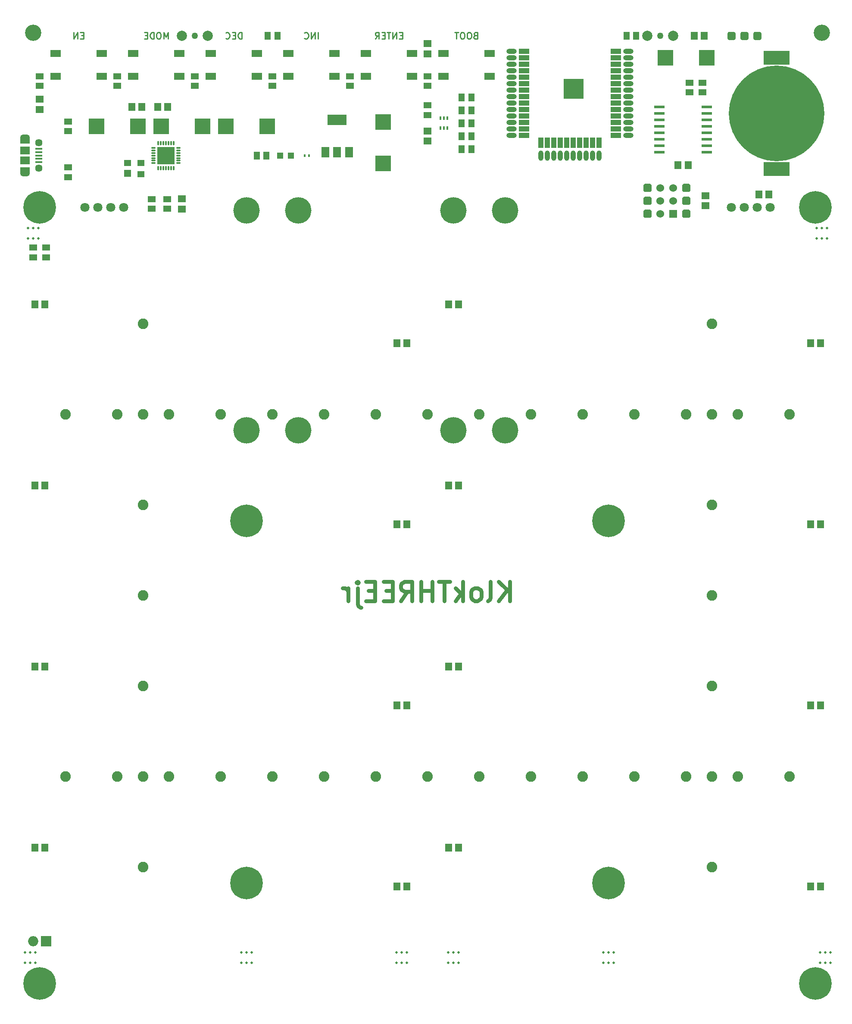
<source format=gbs>
G04 #@! TF.GenerationSoftware,KiCad,Pcbnew,no-vcs-found-67ccf76~61~ubuntu16.04.1*
G04 #@! TF.CreationDate,2018-03-18T17:59:57+05:30*
G04 #@! TF.ProjectId,KlokTHREEjr,4B6C6F6B54485245456A722E6B696361,rev 1*
G04 #@! TF.SameCoordinates,Original*
G04 #@! TF.FileFunction,Soldermask,Bot*
G04 #@! TF.FilePolarity,Negative*
%FSLAX46Y46*%
G04 Gerber Fmt 4.6, Leading zero omitted, Abs format (unit mm)*
G04 Created by KiCad (PCBNEW no-vcs-found-67ccf76~61~ubuntu16.04.1) date Sun Mar 18 17:59:57 2018*
%MOMM*%
%LPD*%
G01*
G04 APERTURE LIST*
%ADD10C,0.762000*%
%ADD11C,0.254000*%
%ADD12C,2.000000*%
%ADD13C,1.270000*%
%ADD14R,2.100000X1.400000*%
%ADD15R,3.048000X3.048000*%
%ADD16R,1.400000X1.200000*%
%ADD17R,1.400000X1.400000*%
%ADD18R,1.900000X1.500000*%
%ADD19C,1.450000*%
%ADD20R,1.350000X0.400000*%
%ADD21O,1.900000X1.200000*%
%ADD22R,1.900000X1.200000*%
%ADD23C,0.800000*%
%ADD24C,6.400000*%
%ADD25O,0.850000X0.300000*%
%ADD26O,0.300000X0.850000*%
%ADD27R,1.675000X1.675000*%
%ADD28R,1.498600X1.300480*%
%ADD29R,1.550000X1.350000*%
%ADD30C,3.200000*%
%ADD31R,1.350000X1.550000*%
%ADD32R,1.500000X2.000000*%
%ADD33R,3.800000X2.000000*%
%ADD34R,1.300480X1.498600*%
%ADD35R,0.400000X0.650000*%
%ADD36C,0.127000*%
%ADD37C,1.600000*%
%ADD38R,5.080000X2.794000*%
%ADD39C,18.796000*%
%ADD40R,1.998980X0.599440*%
%ADD41C,5.200000*%
%ADD42C,1.524000*%
%ADD43R,1.524000X1.524000*%
%ADD44C,1.800000*%
%ADD45R,0.400000X0.600000*%
%ADD46O,1.000000X2.000000*%
%ADD47O,2.000000X1.000000*%
%ADD48R,4.000000X4.000000*%
%ADD49R,2.000000X1.000000*%
%ADD50R,1.000000X2.000000*%
%ADD51R,1.198880X1.198880*%
%ADD52C,0.508000*%
%ADD53R,2.000000X2.000000*%
%ADD54O,2.000000X2.000000*%
%ADD55C,2.082800*%
G04 APERTURE END LIST*
D10*
X147592142Y-164918571D02*
X147592142Y-161108571D01*
X145415000Y-164918571D02*
X147047857Y-162741428D01*
X145415000Y-161108571D02*
X147592142Y-163285714D01*
X143237857Y-164918571D02*
X143600714Y-164737142D01*
X143782142Y-164374285D01*
X143782142Y-161108571D01*
X141242142Y-164918571D02*
X141605000Y-164737142D01*
X141786428Y-164555714D01*
X141967857Y-164192857D01*
X141967857Y-163104285D01*
X141786428Y-162741428D01*
X141605000Y-162560000D01*
X141242142Y-162378571D01*
X140697857Y-162378571D01*
X140335000Y-162560000D01*
X140153571Y-162741428D01*
X139972142Y-163104285D01*
X139972142Y-164192857D01*
X140153571Y-164555714D01*
X140335000Y-164737142D01*
X140697857Y-164918571D01*
X141242142Y-164918571D01*
X138339285Y-164918571D02*
X138339285Y-161108571D01*
X137976428Y-163467142D02*
X136887857Y-164918571D01*
X136887857Y-162378571D02*
X138339285Y-163830000D01*
X135799285Y-161108571D02*
X133622142Y-161108571D01*
X134710714Y-164918571D02*
X134710714Y-161108571D01*
X132352142Y-164918571D02*
X132352142Y-161108571D01*
X132352142Y-162922857D02*
X130175000Y-162922857D01*
X130175000Y-164918571D02*
X130175000Y-161108571D01*
X126183571Y-164918571D02*
X127453571Y-163104285D01*
X128360714Y-164918571D02*
X128360714Y-161108571D01*
X126909285Y-161108571D01*
X126546428Y-161290000D01*
X126365000Y-161471428D01*
X126183571Y-161834285D01*
X126183571Y-162378571D01*
X126365000Y-162741428D01*
X126546428Y-162922857D01*
X126909285Y-163104285D01*
X128360714Y-163104285D01*
X124550714Y-162922857D02*
X123280714Y-162922857D01*
X122736428Y-164918571D02*
X124550714Y-164918571D01*
X124550714Y-161108571D01*
X122736428Y-161108571D01*
X121103571Y-162922857D02*
X119833571Y-162922857D01*
X119289285Y-164918571D02*
X121103571Y-164918571D01*
X121103571Y-161108571D01*
X119289285Y-161108571D01*
X117656428Y-162378571D02*
X117656428Y-165644285D01*
X117837857Y-166007142D01*
X118200714Y-166188571D01*
X118382142Y-166188571D01*
X117656428Y-161108571D02*
X117837857Y-161290000D01*
X117656428Y-161471428D01*
X117475000Y-161290000D01*
X117656428Y-161108571D01*
X117656428Y-161471428D01*
X115842142Y-164918571D02*
X115842142Y-162378571D01*
X115842142Y-163104285D02*
X115660714Y-162741428D01*
X115479285Y-162560000D01*
X115116428Y-162378571D01*
X114753571Y-162378571D01*
D11*
X140788571Y-53884285D02*
X140607142Y-53944761D01*
X140546666Y-54005238D01*
X140486190Y-54126190D01*
X140486190Y-54307619D01*
X140546666Y-54428571D01*
X140607142Y-54489047D01*
X140728095Y-54549523D01*
X141211904Y-54549523D01*
X141211904Y-53279523D01*
X140788571Y-53279523D01*
X140667619Y-53340000D01*
X140607142Y-53400476D01*
X140546666Y-53521428D01*
X140546666Y-53642380D01*
X140607142Y-53763333D01*
X140667619Y-53823809D01*
X140788571Y-53884285D01*
X141211904Y-53884285D01*
X139700000Y-53279523D02*
X139458095Y-53279523D01*
X139337142Y-53340000D01*
X139216190Y-53460952D01*
X139155714Y-53702857D01*
X139155714Y-54126190D01*
X139216190Y-54368095D01*
X139337142Y-54489047D01*
X139458095Y-54549523D01*
X139700000Y-54549523D01*
X139820952Y-54489047D01*
X139941904Y-54368095D01*
X140002380Y-54126190D01*
X140002380Y-53702857D01*
X139941904Y-53460952D01*
X139820952Y-53340000D01*
X139700000Y-53279523D01*
X138369523Y-53279523D02*
X138127619Y-53279523D01*
X138006666Y-53340000D01*
X137885714Y-53460952D01*
X137825238Y-53702857D01*
X137825238Y-54126190D01*
X137885714Y-54368095D01*
X138006666Y-54489047D01*
X138127619Y-54549523D01*
X138369523Y-54549523D01*
X138490476Y-54489047D01*
X138611428Y-54368095D01*
X138671904Y-54126190D01*
X138671904Y-53702857D01*
X138611428Y-53460952D01*
X138490476Y-53340000D01*
X138369523Y-53279523D01*
X137462380Y-53279523D02*
X136736666Y-53279523D01*
X137099523Y-54549523D02*
X137099523Y-53279523D01*
X126455714Y-53884285D02*
X126032380Y-53884285D01*
X125850952Y-54549523D02*
X126455714Y-54549523D01*
X126455714Y-53279523D01*
X125850952Y-53279523D01*
X125306666Y-54549523D02*
X125306666Y-53279523D01*
X124580952Y-54549523D01*
X124580952Y-53279523D01*
X124157619Y-53279523D02*
X123431904Y-53279523D01*
X123794761Y-54549523D02*
X123794761Y-53279523D01*
X123008571Y-53884285D02*
X122585238Y-53884285D01*
X122403809Y-54549523D02*
X123008571Y-54549523D01*
X123008571Y-53279523D01*
X122403809Y-53279523D01*
X121133809Y-54549523D02*
X121557142Y-53944761D01*
X121859523Y-54549523D02*
X121859523Y-53279523D01*
X121375714Y-53279523D01*
X121254761Y-53340000D01*
X121194285Y-53400476D01*
X121133809Y-53521428D01*
X121133809Y-53702857D01*
X121194285Y-53823809D01*
X121254761Y-53884285D01*
X121375714Y-53944761D01*
X121859523Y-53944761D01*
X109885238Y-54549523D02*
X109885238Y-53279523D01*
X109280476Y-54549523D02*
X109280476Y-53279523D01*
X108554761Y-54549523D01*
X108554761Y-53279523D01*
X107224285Y-54428571D02*
X107284761Y-54489047D01*
X107466190Y-54549523D01*
X107587142Y-54549523D01*
X107768571Y-54489047D01*
X107889523Y-54368095D01*
X107950000Y-54247142D01*
X108010476Y-54005238D01*
X108010476Y-53823809D01*
X107950000Y-53581904D01*
X107889523Y-53460952D01*
X107768571Y-53340000D01*
X107587142Y-53279523D01*
X107466190Y-53279523D01*
X107284761Y-53340000D01*
X107224285Y-53400476D01*
X94887142Y-54549523D02*
X94887142Y-53279523D01*
X94584761Y-53279523D01*
X94403333Y-53340000D01*
X94282380Y-53460952D01*
X94221904Y-53581904D01*
X94161428Y-53823809D01*
X94161428Y-54005238D01*
X94221904Y-54247142D01*
X94282380Y-54368095D01*
X94403333Y-54489047D01*
X94584761Y-54549523D01*
X94887142Y-54549523D01*
X93617142Y-53884285D02*
X93193809Y-53884285D01*
X93012380Y-54549523D02*
X93617142Y-54549523D01*
X93617142Y-53279523D01*
X93012380Y-53279523D01*
X91742380Y-54428571D02*
X91802857Y-54489047D01*
X91984285Y-54549523D01*
X92105238Y-54549523D01*
X92286666Y-54489047D01*
X92407619Y-54368095D01*
X92468095Y-54247142D01*
X92528571Y-54005238D01*
X92528571Y-53823809D01*
X92468095Y-53581904D01*
X92407619Y-53460952D01*
X92286666Y-53340000D01*
X92105238Y-53279523D01*
X91984285Y-53279523D01*
X91802857Y-53340000D01*
X91742380Y-53400476D01*
X80403095Y-54549523D02*
X80403095Y-53279523D01*
X79979761Y-54186666D01*
X79556428Y-53279523D01*
X79556428Y-54549523D01*
X78709761Y-53279523D02*
X78467857Y-53279523D01*
X78346904Y-53340000D01*
X78225952Y-53460952D01*
X78165476Y-53702857D01*
X78165476Y-54126190D01*
X78225952Y-54368095D01*
X78346904Y-54489047D01*
X78467857Y-54549523D01*
X78709761Y-54549523D01*
X78830714Y-54489047D01*
X78951666Y-54368095D01*
X79012142Y-54126190D01*
X79012142Y-53702857D01*
X78951666Y-53460952D01*
X78830714Y-53340000D01*
X78709761Y-53279523D01*
X77621190Y-54549523D02*
X77621190Y-53279523D01*
X77318809Y-53279523D01*
X77137380Y-53340000D01*
X77016428Y-53460952D01*
X76955952Y-53581904D01*
X76895476Y-53823809D01*
X76895476Y-54005238D01*
X76955952Y-54247142D01*
X77016428Y-54368095D01*
X77137380Y-54489047D01*
X77318809Y-54549523D01*
X77621190Y-54549523D01*
X76351190Y-53884285D02*
X75927857Y-53884285D01*
X75746428Y-54549523D02*
X76351190Y-54549523D01*
X76351190Y-53279523D01*
X75746428Y-53279523D01*
X63802380Y-53884285D02*
X63379047Y-53884285D01*
X63197619Y-54549523D02*
X63802380Y-54549523D01*
X63802380Y-53279523D01*
X63197619Y-53279523D01*
X62653333Y-54549523D02*
X62653333Y-53279523D01*
X61927619Y-54549523D01*
X61927619Y-53279523D01*
D12*
X83185000Y-53975000D03*
X88265000Y-53975000D03*
D13*
X85725000Y-53975000D03*
D12*
X179705000Y-53975000D03*
X174625000Y-53975000D03*
D13*
X177165000Y-53975000D03*
D14*
X88795000Y-57440000D03*
X97895000Y-57440000D03*
X97895000Y-61940000D03*
X88795000Y-61940000D03*
D15*
X91821000Y-71755000D03*
X99949000Y-71755000D03*
D16*
X75087000Y-81110000D03*
X75087000Y-78910000D03*
X72487000Y-78910000D03*
D17*
X72487000Y-81010000D03*
D18*
X52355000Y-76470000D03*
D19*
X55055000Y-79970000D03*
D20*
X55055000Y-78120000D03*
X55055000Y-78770000D03*
X55055000Y-76170000D03*
X55055000Y-76820000D03*
X55055000Y-77470000D03*
D19*
X55055000Y-74970000D03*
D18*
X52355000Y-78470000D03*
D21*
X52355000Y-80970000D03*
X52355000Y-73970000D03*
D22*
X52355000Y-74570000D03*
X52355000Y-80370000D03*
D23*
X56942056Y-85932944D03*
X55245000Y-85230000D03*
X53547944Y-85932944D03*
X52845000Y-87630000D03*
X53547944Y-89327056D03*
X55245000Y-90030000D03*
X56942056Y-89327056D03*
X57645000Y-87630000D03*
D24*
X55245000Y-87630000D03*
D14*
X73555000Y-57440000D03*
X82655000Y-57440000D03*
X82655000Y-61940000D03*
X73555000Y-61940000D03*
D15*
X186309000Y-58293000D03*
X178181000Y-58293000D03*
D23*
X80010000Y-77470000D03*
X79375000Y-76835000D03*
X80645000Y-76835000D03*
X80645000Y-78105000D03*
X79375000Y-78105000D03*
D25*
X77560000Y-78970000D03*
X77560000Y-78470000D03*
X77560000Y-77970000D03*
X77560000Y-77470000D03*
X77560000Y-76970000D03*
X77560000Y-76470000D03*
X77560000Y-75970000D03*
D26*
X78510000Y-75020000D03*
X79010000Y-75020000D03*
X79510000Y-75020000D03*
X80010000Y-75020000D03*
X80510000Y-75020000D03*
X81010000Y-75020000D03*
X81510000Y-75020000D03*
D25*
X82460000Y-75970000D03*
X82460000Y-76470000D03*
X82460000Y-76970000D03*
X82460000Y-77470000D03*
X82460000Y-77970000D03*
X82460000Y-78470000D03*
X82460000Y-78970000D03*
D26*
X81510000Y-79920000D03*
X81010000Y-79920000D03*
X80510000Y-79920000D03*
X80010000Y-79920000D03*
X79510000Y-79920000D03*
X79010000Y-79920000D03*
X78510000Y-79920000D03*
D27*
X80847500Y-76632500D03*
X80847500Y-78307500D03*
X79172500Y-76632500D03*
X79172500Y-78307500D03*
D28*
X70485000Y-61912500D03*
X70485000Y-63817500D03*
X85725000Y-61912500D03*
X85725000Y-63817500D03*
D29*
X83185000Y-87995000D03*
X83185000Y-85995000D03*
D14*
X143615000Y-61940000D03*
X134515000Y-61940000D03*
X134515000Y-57440000D03*
X143615000Y-57440000D03*
D30*
X53975000Y-53340000D03*
X208915000Y-53340000D03*
D15*
X122682000Y-78994000D03*
X122682000Y-70866000D03*
D31*
X182610000Y-79375000D03*
X180610000Y-79375000D03*
D28*
X100965000Y-61912500D03*
X100965000Y-63817500D03*
X116205000Y-61912500D03*
X116205000Y-63817500D03*
X80250000Y-86047500D03*
X80250000Y-87952500D03*
D32*
X115965000Y-76810000D03*
X111365000Y-76810000D03*
X113665000Y-76810000D03*
D33*
X113665000Y-70510000D03*
D34*
X140017500Y-68580000D03*
X138112500Y-68580000D03*
X138112500Y-71120000D03*
X140017500Y-71120000D03*
X140017500Y-73660000D03*
X138112500Y-73660000D03*
X140017500Y-76200000D03*
X138112500Y-76200000D03*
D28*
X131445000Y-63817500D03*
X131445000Y-61912500D03*
X55245000Y-63817500D03*
X55245000Y-61912500D03*
D34*
X97853500Y-77470000D03*
X99758500Y-77470000D03*
D28*
X131445000Y-67627500D03*
X131445000Y-69532500D03*
D35*
X133970000Y-72070000D03*
X135270000Y-72070000D03*
X134620000Y-70170000D03*
X134620000Y-72070000D03*
X135270000Y-70170000D03*
X133970000Y-70170000D03*
D31*
X183785000Y-53975000D03*
X185785000Y-53975000D03*
X78375000Y-67945000D03*
X80375000Y-67945000D03*
D15*
X87249000Y-71755000D03*
X79121000Y-71755000D03*
D31*
X75295000Y-67945000D03*
X73295000Y-67945000D03*
D15*
X66421000Y-71755000D03*
X74549000Y-71755000D03*
D29*
X131445000Y-57515000D03*
X131445000Y-55515000D03*
X55245000Y-66437000D03*
X55245000Y-68437000D03*
D28*
X77250000Y-86047500D03*
X77250000Y-87952500D03*
X185420000Y-63182500D03*
X185420000Y-65087500D03*
X182880000Y-63182500D03*
X182880000Y-65087500D03*
D36*
G36*
X191574207Y-53176926D02*
X191613036Y-53182686D01*
X191651114Y-53192224D01*
X191688073Y-53205448D01*
X191723559Y-53222231D01*
X191757228Y-53242412D01*
X191788757Y-53265796D01*
X191817843Y-53292157D01*
X191844204Y-53321243D01*
X191867588Y-53352772D01*
X191887769Y-53386441D01*
X191904552Y-53421927D01*
X191917776Y-53458886D01*
X191927314Y-53496964D01*
X191933074Y-53535793D01*
X191935000Y-53575000D01*
X191935000Y-54375000D01*
X191933074Y-54414207D01*
X191927314Y-54453036D01*
X191917776Y-54491114D01*
X191904552Y-54528073D01*
X191887769Y-54563559D01*
X191867588Y-54597228D01*
X191844204Y-54628757D01*
X191817843Y-54657843D01*
X191788757Y-54684204D01*
X191757228Y-54707588D01*
X191723559Y-54727769D01*
X191688073Y-54744552D01*
X191651114Y-54757776D01*
X191613036Y-54767314D01*
X191574207Y-54773074D01*
X191535000Y-54775000D01*
X190735000Y-54775000D01*
X190695793Y-54773074D01*
X190656964Y-54767314D01*
X190618886Y-54757776D01*
X190581927Y-54744552D01*
X190546441Y-54727769D01*
X190512772Y-54707588D01*
X190481243Y-54684204D01*
X190452157Y-54657843D01*
X190425796Y-54628757D01*
X190402412Y-54597228D01*
X190382231Y-54563559D01*
X190365448Y-54528073D01*
X190352224Y-54491114D01*
X190342686Y-54453036D01*
X190336926Y-54414207D01*
X190335000Y-54375000D01*
X190335000Y-53575000D01*
X190336926Y-53535793D01*
X190342686Y-53496964D01*
X190352224Y-53458886D01*
X190365448Y-53421927D01*
X190382231Y-53386441D01*
X190402412Y-53352772D01*
X190425796Y-53321243D01*
X190452157Y-53292157D01*
X190481243Y-53265796D01*
X190512772Y-53242412D01*
X190546441Y-53222231D01*
X190581927Y-53205448D01*
X190618886Y-53192224D01*
X190656964Y-53182686D01*
X190695793Y-53176926D01*
X190735000Y-53175000D01*
X191535000Y-53175000D01*
X191574207Y-53176926D01*
X191574207Y-53176926D01*
G37*
D37*
X191135000Y-53975000D03*
D14*
X104035000Y-57440000D03*
X113135000Y-57440000D03*
X113135000Y-61940000D03*
X104035000Y-61940000D03*
D23*
X209342056Y-85932944D03*
X207645000Y-85230000D03*
X205947944Y-85932944D03*
X205245000Y-87630000D03*
X205947944Y-89327056D03*
X207645000Y-90030000D03*
X209342056Y-89327056D03*
X210045000Y-87630000D03*
D24*
X207645000Y-87630000D03*
D38*
X200025000Y-80137000D03*
X200025000Y-58293000D03*
D39*
X200025000Y-69215000D03*
D40*
X176959260Y-67945000D03*
X176959260Y-69215000D03*
X176959260Y-70485000D03*
X176959260Y-71755000D03*
X176959260Y-73025000D03*
X176959260Y-74295000D03*
X176959260Y-75565000D03*
X176959260Y-76835000D03*
X186260740Y-76835000D03*
X186260740Y-75565000D03*
X186260740Y-74295000D03*
X186260740Y-73025000D03*
X186260740Y-71755000D03*
X186260740Y-70485000D03*
X186260740Y-69215000D03*
X186260740Y-67945000D03*
D14*
X67415000Y-61940000D03*
X58315000Y-61940000D03*
X58315000Y-57440000D03*
X67415000Y-57440000D03*
D41*
X136525000Y-88265000D03*
X146685000Y-88265000D03*
D36*
G36*
X182684207Y-88101926D02*
X182723036Y-88107686D01*
X182761114Y-88117224D01*
X182798073Y-88130448D01*
X182833559Y-88147231D01*
X182867228Y-88167412D01*
X182898757Y-88190796D01*
X182927843Y-88217157D01*
X182954204Y-88246243D01*
X182977588Y-88277772D01*
X182997769Y-88311441D01*
X183014552Y-88346927D01*
X183027776Y-88383886D01*
X183037314Y-88421964D01*
X183043074Y-88460793D01*
X183045000Y-88500000D01*
X183045000Y-89300000D01*
X183043074Y-89339207D01*
X183037314Y-89378036D01*
X183027776Y-89416114D01*
X183014552Y-89453073D01*
X182997769Y-89488559D01*
X182977588Y-89522228D01*
X182954204Y-89553757D01*
X182927843Y-89582843D01*
X182898757Y-89609204D01*
X182867228Y-89632588D01*
X182833559Y-89652769D01*
X182798073Y-89669552D01*
X182761114Y-89682776D01*
X182723036Y-89692314D01*
X182684207Y-89698074D01*
X182645000Y-89700000D01*
X181845000Y-89700000D01*
X181805793Y-89698074D01*
X181766964Y-89692314D01*
X181728886Y-89682776D01*
X181691927Y-89669552D01*
X181656441Y-89652769D01*
X181622772Y-89632588D01*
X181591243Y-89609204D01*
X181562157Y-89582843D01*
X181535796Y-89553757D01*
X181512412Y-89522228D01*
X181492231Y-89488559D01*
X181475448Y-89453073D01*
X181462224Y-89416114D01*
X181452686Y-89378036D01*
X181446926Y-89339207D01*
X181445000Y-89300000D01*
X181445000Y-88500000D01*
X181446926Y-88460793D01*
X181452686Y-88421964D01*
X181462224Y-88383886D01*
X181475448Y-88346927D01*
X181492231Y-88311441D01*
X181512412Y-88277772D01*
X181535796Y-88246243D01*
X181562157Y-88217157D01*
X181591243Y-88190796D01*
X181622772Y-88167412D01*
X181656441Y-88147231D01*
X181691927Y-88130448D01*
X181728886Y-88117224D01*
X181766964Y-88107686D01*
X181805793Y-88101926D01*
X181845000Y-88100000D01*
X182645000Y-88100000D01*
X182684207Y-88101926D01*
X182684207Y-88101926D01*
G37*
D37*
X182245000Y-88900000D03*
D36*
G36*
X175064207Y-88101926D02*
X175103036Y-88107686D01*
X175141114Y-88117224D01*
X175178073Y-88130448D01*
X175213559Y-88147231D01*
X175247228Y-88167412D01*
X175278757Y-88190796D01*
X175307843Y-88217157D01*
X175334204Y-88246243D01*
X175357588Y-88277772D01*
X175377769Y-88311441D01*
X175394552Y-88346927D01*
X175407776Y-88383886D01*
X175417314Y-88421964D01*
X175423074Y-88460793D01*
X175425000Y-88500000D01*
X175425000Y-89300000D01*
X175423074Y-89339207D01*
X175417314Y-89378036D01*
X175407776Y-89416114D01*
X175394552Y-89453073D01*
X175377769Y-89488559D01*
X175357588Y-89522228D01*
X175334204Y-89553757D01*
X175307843Y-89582843D01*
X175278757Y-89609204D01*
X175247228Y-89632588D01*
X175213559Y-89652769D01*
X175178073Y-89669552D01*
X175141114Y-89682776D01*
X175103036Y-89692314D01*
X175064207Y-89698074D01*
X175025000Y-89700000D01*
X174225000Y-89700000D01*
X174185793Y-89698074D01*
X174146964Y-89692314D01*
X174108886Y-89682776D01*
X174071927Y-89669552D01*
X174036441Y-89652769D01*
X174002772Y-89632588D01*
X173971243Y-89609204D01*
X173942157Y-89582843D01*
X173915796Y-89553757D01*
X173892412Y-89522228D01*
X173872231Y-89488559D01*
X173855448Y-89453073D01*
X173842224Y-89416114D01*
X173832686Y-89378036D01*
X173826926Y-89339207D01*
X173825000Y-89300000D01*
X173825000Y-88500000D01*
X173826926Y-88460793D01*
X173832686Y-88421964D01*
X173842224Y-88383886D01*
X173855448Y-88346927D01*
X173872231Y-88311441D01*
X173892412Y-88277772D01*
X173915796Y-88246243D01*
X173942157Y-88217157D01*
X173971243Y-88190796D01*
X174002772Y-88167412D01*
X174036441Y-88147231D01*
X174071927Y-88130448D01*
X174108886Y-88117224D01*
X174146964Y-88107686D01*
X174185793Y-88101926D01*
X174225000Y-88100000D01*
X175025000Y-88100000D01*
X175064207Y-88101926D01*
X175064207Y-88101926D01*
G37*
D37*
X174625000Y-88900000D03*
D36*
G36*
X182684207Y-85561926D02*
X182723036Y-85567686D01*
X182761114Y-85577224D01*
X182798073Y-85590448D01*
X182833559Y-85607231D01*
X182867228Y-85627412D01*
X182898757Y-85650796D01*
X182927843Y-85677157D01*
X182954204Y-85706243D01*
X182977588Y-85737772D01*
X182997769Y-85771441D01*
X183014552Y-85806927D01*
X183027776Y-85843886D01*
X183037314Y-85881964D01*
X183043074Y-85920793D01*
X183045000Y-85960000D01*
X183045000Y-86760000D01*
X183043074Y-86799207D01*
X183037314Y-86838036D01*
X183027776Y-86876114D01*
X183014552Y-86913073D01*
X182997769Y-86948559D01*
X182977588Y-86982228D01*
X182954204Y-87013757D01*
X182927843Y-87042843D01*
X182898757Y-87069204D01*
X182867228Y-87092588D01*
X182833559Y-87112769D01*
X182798073Y-87129552D01*
X182761114Y-87142776D01*
X182723036Y-87152314D01*
X182684207Y-87158074D01*
X182645000Y-87160000D01*
X181845000Y-87160000D01*
X181805793Y-87158074D01*
X181766964Y-87152314D01*
X181728886Y-87142776D01*
X181691927Y-87129552D01*
X181656441Y-87112769D01*
X181622772Y-87092588D01*
X181591243Y-87069204D01*
X181562157Y-87042843D01*
X181535796Y-87013757D01*
X181512412Y-86982228D01*
X181492231Y-86948559D01*
X181475448Y-86913073D01*
X181462224Y-86876114D01*
X181452686Y-86838036D01*
X181446926Y-86799207D01*
X181445000Y-86760000D01*
X181445000Y-85960000D01*
X181446926Y-85920793D01*
X181452686Y-85881964D01*
X181462224Y-85843886D01*
X181475448Y-85806927D01*
X181492231Y-85771441D01*
X181512412Y-85737772D01*
X181535796Y-85706243D01*
X181562157Y-85677157D01*
X181591243Y-85650796D01*
X181622772Y-85627412D01*
X181656441Y-85607231D01*
X181691927Y-85590448D01*
X181728886Y-85577224D01*
X181766964Y-85567686D01*
X181805793Y-85561926D01*
X181845000Y-85560000D01*
X182645000Y-85560000D01*
X182684207Y-85561926D01*
X182684207Y-85561926D01*
G37*
D37*
X182245000Y-86360000D03*
D42*
X179705000Y-83820000D03*
X177165000Y-83820000D03*
X179705000Y-86360000D03*
X177165000Y-86360000D03*
D43*
X179705000Y-88900000D03*
D42*
X177165000Y-88900000D03*
D36*
G36*
X175064207Y-85561926D02*
X175103036Y-85567686D01*
X175141114Y-85577224D01*
X175178073Y-85590448D01*
X175213559Y-85607231D01*
X175247228Y-85627412D01*
X175278757Y-85650796D01*
X175307843Y-85677157D01*
X175334204Y-85706243D01*
X175357588Y-85737772D01*
X175377769Y-85771441D01*
X175394552Y-85806927D01*
X175407776Y-85843886D01*
X175417314Y-85881964D01*
X175423074Y-85920793D01*
X175425000Y-85960000D01*
X175425000Y-86760000D01*
X175423074Y-86799207D01*
X175417314Y-86838036D01*
X175407776Y-86876114D01*
X175394552Y-86913073D01*
X175377769Y-86948559D01*
X175357588Y-86982228D01*
X175334204Y-87013757D01*
X175307843Y-87042843D01*
X175278757Y-87069204D01*
X175247228Y-87092588D01*
X175213559Y-87112769D01*
X175178073Y-87129552D01*
X175141114Y-87142776D01*
X175103036Y-87152314D01*
X175064207Y-87158074D01*
X175025000Y-87160000D01*
X174225000Y-87160000D01*
X174185793Y-87158074D01*
X174146964Y-87152314D01*
X174108886Y-87142776D01*
X174071927Y-87129552D01*
X174036441Y-87112769D01*
X174002772Y-87092588D01*
X173971243Y-87069204D01*
X173942157Y-87042843D01*
X173915796Y-87013757D01*
X173892412Y-86982228D01*
X173872231Y-86948559D01*
X173855448Y-86913073D01*
X173842224Y-86876114D01*
X173832686Y-86838036D01*
X173826926Y-86799207D01*
X173825000Y-86760000D01*
X173825000Y-85960000D01*
X173826926Y-85920793D01*
X173832686Y-85881964D01*
X173842224Y-85843886D01*
X173855448Y-85806927D01*
X173872231Y-85771441D01*
X173892412Y-85737772D01*
X173915796Y-85706243D01*
X173942157Y-85677157D01*
X173971243Y-85650796D01*
X174002772Y-85627412D01*
X174036441Y-85607231D01*
X174071927Y-85590448D01*
X174108886Y-85577224D01*
X174146964Y-85567686D01*
X174185793Y-85561926D01*
X174225000Y-85560000D01*
X175025000Y-85560000D01*
X175064207Y-85561926D01*
X175064207Y-85561926D01*
G37*
D37*
X174625000Y-86360000D03*
D36*
G36*
X182684207Y-83021926D02*
X182723036Y-83027686D01*
X182761114Y-83037224D01*
X182798073Y-83050448D01*
X182833559Y-83067231D01*
X182867228Y-83087412D01*
X182898757Y-83110796D01*
X182927843Y-83137157D01*
X182954204Y-83166243D01*
X182977588Y-83197772D01*
X182997769Y-83231441D01*
X183014552Y-83266927D01*
X183027776Y-83303886D01*
X183037314Y-83341964D01*
X183043074Y-83380793D01*
X183045000Y-83420000D01*
X183045000Y-84220000D01*
X183043074Y-84259207D01*
X183037314Y-84298036D01*
X183027776Y-84336114D01*
X183014552Y-84373073D01*
X182997769Y-84408559D01*
X182977588Y-84442228D01*
X182954204Y-84473757D01*
X182927843Y-84502843D01*
X182898757Y-84529204D01*
X182867228Y-84552588D01*
X182833559Y-84572769D01*
X182798073Y-84589552D01*
X182761114Y-84602776D01*
X182723036Y-84612314D01*
X182684207Y-84618074D01*
X182645000Y-84620000D01*
X181845000Y-84620000D01*
X181805793Y-84618074D01*
X181766964Y-84612314D01*
X181728886Y-84602776D01*
X181691927Y-84589552D01*
X181656441Y-84572769D01*
X181622772Y-84552588D01*
X181591243Y-84529204D01*
X181562157Y-84502843D01*
X181535796Y-84473757D01*
X181512412Y-84442228D01*
X181492231Y-84408559D01*
X181475448Y-84373073D01*
X181462224Y-84336114D01*
X181452686Y-84298036D01*
X181446926Y-84259207D01*
X181445000Y-84220000D01*
X181445000Y-83420000D01*
X181446926Y-83380793D01*
X181452686Y-83341964D01*
X181462224Y-83303886D01*
X181475448Y-83266927D01*
X181492231Y-83231441D01*
X181512412Y-83197772D01*
X181535796Y-83166243D01*
X181562157Y-83137157D01*
X181591243Y-83110796D01*
X181622772Y-83087412D01*
X181656441Y-83067231D01*
X181691927Y-83050448D01*
X181728886Y-83037224D01*
X181766964Y-83027686D01*
X181805793Y-83021926D01*
X181845000Y-83020000D01*
X182645000Y-83020000D01*
X182684207Y-83021926D01*
X182684207Y-83021926D01*
G37*
D37*
X182245000Y-83820000D03*
D36*
G36*
X175064207Y-83021926D02*
X175103036Y-83027686D01*
X175141114Y-83037224D01*
X175178073Y-83050448D01*
X175213559Y-83067231D01*
X175247228Y-83087412D01*
X175278757Y-83110796D01*
X175307843Y-83137157D01*
X175334204Y-83166243D01*
X175357588Y-83197772D01*
X175377769Y-83231441D01*
X175394552Y-83266927D01*
X175407776Y-83303886D01*
X175417314Y-83341964D01*
X175423074Y-83380793D01*
X175425000Y-83420000D01*
X175425000Y-84220000D01*
X175423074Y-84259207D01*
X175417314Y-84298036D01*
X175407776Y-84336114D01*
X175394552Y-84373073D01*
X175377769Y-84408559D01*
X175357588Y-84442228D01*
X175334204Y-84473757D01*
X175307843Y-84502843D01*
X175278757Y-84529204D01*
X175247228Y-84552588D01*
X175213559Y-84572769D01*
X175178073Y-84589552D01*
X175141114Y-84602776D01*
X175103036Y-84612314D01*
X175064207Y-84618074D01*
X175025000Y-84620000D01*
X174225000Y-84620000D01*
X174185793Y-84618074D01*
X174146964Y-84612314D01*
X174108886Y-84602776D01*
X174071927Y-84589552D01*
X174036441Y-84572769D01*
X174002772Y-84552588D01*
X173971243Y-84529204D01*
X173942157Y-84502843D01*
X173915796Y-84473757D01*
X173892412Y-84442228D01*
X173872231Y-84408559D01*
X173855448Y-84373073D01*
X173842224Y-84336114D01*
X173832686Y-84298036D01*
X173826926Y-84259207D01*
X173825000Y-84220000D01*
X173825000Y-83420000D01*
X173826926Y-83380793D01*
X173832686Y-83341964D01*
X173842224Y-83303886D01*
X173855448Y-83266927D01*
X173872231Y-83231441D01*
X173892412Y-83197772D01*
X173915796Y-83166243D01*
X173942157Y-83137157D01*
X173971243Y-83110796D01*
X174002772Y-83087412D01*
X174036441Y-83067231D01*
X174071927Y-83050448D01*
X174108886Y-83037224D01*
X174146964Y-83027686D01*
X174185793Y-83021926D01*
X174225000Y-83020000D01*
X175025000Y-83020000D01*
X175064207Y-83021926D01*
X175064207Y-83021926D01*
G37*
D37*
X174625000Y-83820000D03*
D29*
X186055000Y-87360000D03*
X186055000Y-85360000D03*
D36*
G36*
X196654207Y-53176926D02*
X196693036Y-53182686D01*
X196731114Y-53192224D01*
X196768073Y-53205448D01*
X196803559Y-53222231D01*
X196837228Y-53242412D01*
X196868757Y-53265796D01*
X196897843Y-53292157D01*
X196924204Y-53321243D01*
X196947588Y-53352772D01*
X196967769Y-53386441D01*
X196984552Y-53421927D01*
X196997776Y-53458886D01*
X197007314Y-53496964D01*
X197013074Y-53535793D01*
X197015000Y-53575000D01*
X197015000Y-54375000D01*
X197013074Y-54414207D01*
X197007314Y-54453036D01*
X196997776Y-54491114D01*
X196984552Y-54528073D01*
X196967769Y-54563559D01*
X196947588Y-54597228D01*
X196924204Y-54628757D01*
X196897843Y-54657843D01*
X196868757Y-54684204D01*
X196837228Y-54707588D01*
X196803559Y-54727769D01*
X196768073Y-54744552D01*
X196731114Y-54757776D01*
X196693036Y-54767314D01*
X196654207Y-54773074D01*
X196615000Y-54775000D01*
X195815000Y-54775000D01*
X195775793Y-54773074D01*
X195736964Y-54767314D01*
X195698886Y-54757776D01*
X195661927Y-54744552D01*
X195626441Y-54727769D01*
X195592772Y-54707588D01*
X195561243Y-54684204D01*
X195532157Y-54657843D01*
X195505796Y-54628757D01*
X195482412Y-54597228D01*
X195462231Y-54563559D01*
X195445448Y-54528073D01*
X195432224Y-54491114D01*
X195422686Y-54453036D01*
X195416926Y-54414207D01*
X195415000Y-54375000D01*
X195415000Y-53575000D01*
X195416926Y-53535793D01*
X195422686Y-53496964D01*
X195432224Y-53458886D01*
X195445448Y-53421927D01*
X195462231Y-53386441D01*
X195482412Y-53352772D01*
X195505796Y-53321243D01*
X195532157Y-53292157D01*
X195561243Y-53265796D01*
X195592772Y-53242412D01*
X195626441Y-53222231D01*
X195661927Y-53205448D01*
X195698886Y-53192224D01*
X195736964Y-53182686D01*
X195775793Y-53176926D01*
X195815000Y-53175000D01*
X196615000Y-53175000D01*
X196654207Y-53176926D01*
X196654207Y-53176926D01*
G37*
D37*
X196215000Y-53975000D03*
D36*
G36*
X194114207Y-53176926D02*
X194153036Y-53182686D01*
X194191114Y-53192224D01*
X194228073Y-53205448D01*
X194263559Y-53222231D01*
X194297228Y-53242412D01*
X194328757Y-53265796D01*
X194357843Y-53292157D01*
X194384204Y-53321243D01*
X194407588Y-53352772D01*
X194427769Y-53386441D01*
X194444552Y-53421927D01*
X194457776Y-53458886D01*
X194467314Y-53496964D01*
X194473074Y-53535793D01*
X194475000Y-53575000D01*
X194475000Y-54375000D01*
X194473074Y-54414207D01*
X194467314Y-54453036D01*
X194457776Y-54491114D01*
X194444552Y-54528073D01*
X194427769Y-54563559D01*
X194407588Y-54597228D01*
X194384204Y-54628757D01*
X194357843Y-54657843D01*
X194328757Y-54684204D01*
X194297228Y-54707588D01*
X194263559Y-54727769D01*
X194228073Y-54744552D01*
X194191114Y-54757776D01*
X194153036Y-54767314D01*
X194114207Y-54773074D01*
X194075000Y-54775000D01*
X193275000Y-54775000D01*
X193235793Y-54773074D01*
X193196964Y-54767314D01*
X193158886Y-54757776D01*
X193121927Y-54744552D01*
X193086441Y-54727769D01*
X193052772Y-54707588D01*
X193021243Y-54684204D01*
X192992157Y-54657843D01*
X192965796Y-54628757D01*
X192942412Y-54597228D01*
X192922231Y-54563559D01*
X192905448Y-54528073D01*
X192892224Y-54491114D01*
X192882686Y-54453036D01*
X192876926Y-54414207D01*
X192875000Y-54375000D01*
X192875000Y-53575000D01*
X192876926Y-53535793D01*
X192882686Y-53496964D01*
X192892224Y-53458886D01*
X192905448Y-53421927D01*
X192922231Y-53386441D01*
X192942412Y-53352772D01*
X192965796Y-53321243D01*
X192992157Y-53292157D01*
X193021243Y-53265796D01*
X193052772Y-53242412D01*
X193086441Y-53222231D01*
X193121927Y-53205448D01*
X193158886Y-53192224D01*
X193196964Y-53182686D01*
X193235793Y-53176926D01*
X193275000Y-53175000D01*
X194075000Y-53175000D01*
X194114207Y-53176926D01*
X194114207Y-53176926D01*
G37*
D37*
X193675000Y-53975000D03*
D44*
X64135000Y-87630000D03*
X66675000Y-87630000D03*
X69215000Y-87630000D03*
X71755000Y-87630000D03*
X191135000Y-87630000D03*
X193675000Y-87630000D03*
X196215000Y-87630000D03*
X198755000Y-87630000D03*
D31*
X196485000Y-85090000D03*
X198485000Y-85090000D03*
D41*
X106045000Y-88265000D03*
X95885000Y-88265000D03*
D45*
X108146000Y-77470000D03*
X107246000Y-77470000D03*
D46*
X158750000Y-77480000D03*
X153670000Y-77480000D03*
X154940000Y-77480000D03*
X156210000Y-77480000D03*
X157480000Y-77480000D03*
X160020000Y-77480000D03*
X161290000Y-77480000D03*
X162560000Y-77480000D03*
X163830000Y-77480000D03*
X165100000Y-77480000D03*
D47*
X147885000Y-59520000D03*
X147885000Y-70950000D03*
X147885000Y-62060000D03*
X147885000Y-64600000D03*
X147885000Y-65870000D03*
X147885000Y-72220000D03*
X147885000Y-73490000D03*
X147885000Y-63330000D03*
X147885000Y-69680000D03*
X147885000Y-56980000D03*
X147885000Y-60790000D03*
X147885000Y-68410000D03*
X147885000Y-67140000D03*
X147885000Y-58250000D03*
X170885000Y-73490000D03*
X170885000Y-72220000D03*
X170885000Y-70950000D03*
X170885000Y-69680000D03*
X170885000Y-68410000D03*
X170885000Y-67140000D03*
X170885000Y-65870000D03*
X170885000Y-64600000D03*
X170885000Y-63330000D03*
X170885000Y-62060000D03*
X170885000Y-60790000D03*
X170885000Y-59520000D03*
X170885000Y-58250000D03*
X170885000Y-56980000D03*
D48*
X160085000Y-64380000D03*
D49*
X150385000Y-56980000D03*
X150385000Y-58250000D03*
X150385000Y-59520000D03*
X150385000Y-60790000D03*
X150385000Y-62060000D03*
X150385000Y-63330000D03*
X150385000Y-64600000D03*
X150385000Y-65870000D03*
X150385000Y-67140000D03*
X150385000Y-68410000D03*
X150385000Y-69680000D03*
X150385000Y-70950000D03*
X150385000Y-72220000D03*
X150385000Y-73490000D03*
D50*
X153670000Y-74980000D03*
X154940000Y-74980000D03*
X156210000Y-74980000D03*
X157480000Y-74980000D03*
X158750000Y-74980000D03*
X160020000Y-74980000D03*
X161290000Y-74980000D03*
X162560000Y-74980000D03*
X163830000Y-74980000D03*
X165100000Y-74980000D03*
D49*
X168385000Y-73490000D03*
X168385000Y-72220000D03*
X168385000Y-70950000D03*
X168385000Y-69680000D03*
X168385000Y-68410000D03*
X168385000Y-67140000D03*
X168385000Y-65870000D03*
X168385000Y-64600000D03*
X168385000Y-63330000D03*
X168385000Y-62060000D03*
X168385000Y-60790000D03*
X168385000Y-59520000D03*
X168385000Y-58250000D03*
X168385000Y-56980000D03*
D34*
X140017500Y-66040000D03*
X138112500Y-66040000D03*
D29*
X131445000Y-72660000D03*
X131445000Y-74660000D03*
D14*
X119275000Y-57440000D03*
X128375000Y-57440000D03*
X128375000Y-61940000D03*
X119275000Y-61940000D03*
D51*
X102455980Y-77470000D03*
X104554020Y-77470000D03*
D31*
X56245000Y-177800000D03*
X54245000Y-177800000D03*
X137525000Y-142240000D03*
X135525000Y-142240000D03*
X56245000Y-106680000D03*
X54245000Y-106680000D03*
D24*
X55245000Y-240030000D03*
D23*
X57645000Y-240030000D03*
X56942056Y-241727056D03*
X55245000Y-242430000D03*
X53547944Y-241727056D03*
X52845000Y-240030000D03*
X53547944Y-238332944D03*
X55245000Y-237630000D03*
X56942056Y-238332944D03*
D24*
X207645000Y-240030000D03*
D23*
X210045000Y-240030000D03*
X209342056Y-241727056D03*
X207645000Y-242430000D03*
X205947944Y-241727056D03*
X205245000Y-240030000D03*
X205947944Y-238332944D03*
X207645000Y-237630000D03*
X209342056Y-238332944D03*
D24*
X95885000Y-149225000D03*
D23*
X98285000Y-149225000D03*
X97582056Y-150922056D03*
X95885000Y-151625000D03*
X94187944Y-150922056D03*
X93485000Y-149225000D03*
X94187944Y-147527944D03*
X95885000Y-146825000D03*
X97582056Y-147527944D03*
D24*
X167005000Y-149225000D03*
D23*
X169405000Y-149225000D03*
X168702056Y-150922056D03*
X167005000Y-151625000D03*
X165307944Y-150922056D03*
X164605000Y-149225000D03*
X165307944Y-147527944D03*
X167005000Y-146825000D03*
X168702056Y-147527944D03*
D24*
X167005000Y-220345000D03*
D23*
X169405000Y-220345000D03*
X168702056Y-222042056D03*
X167005000Y-222745000D03*
X165307944Y-222042056D03*
X164605000Y-220345000D03*
X165307944Y-218647944D03*
X167005000Y-217945000D03*
X168702056Y-218647944D03*
D24*
X95885000Y-220345000D03*
D23*
X98285000Y-220345000D03*
X97582056Y-222042056D03*
X95885000Y-222745000D03*
X94187944Y-222042056D03*
X93485000Y-220345000D03*
X94187944Y-218647944D03*
X95885000Y-217945000D03*
X97582056Y-218647944D03*
D41*
X95885000Y-131445000D03*
X106045000Y-131445000D03*
X146685000Y-131445000D03*
X136525000Y-131445000D03*
D52*
X53975000Y-91694000D03*
X53975000Y-93726000D03*
X54991000Y-91694000D03*
X52959000Y-91694000D03*
X52959000Y-93726000D03*
X54991000Y-93726000D03*
X208915000Y-91694000D03*
X208915000Y-93726000D03*
X209931000Y-91694000D03*
X207899000Y-91694000D03*
X207899000Y-93726000D03*
X209931000Y-93726000D03*
X53340000Y-233934000D03*
X53340000Y-235966000D03*
X54356000Y-233934000D03*
X52324000Y-233934000D03*
X52324000Y-235966000D03*
X54356000Y-235966000D03*
X95885000Y-233934000D03*
X95885000Y-235966000D03*
X96901000Y-233934000D03*
X94869000Y-233934000D03*
X94869000Y-235966000D03*
X96901000Y-235966000D03*
X126365000Y-233934000D03*
X126365000Y-235966000D03*
X127381000Y-233934000D03*
X125349000Y-233934000D03*
X125349000Y-235966000D03*
X127381000Y-235966000D03*
X136525000Y-233934000D03*
X136525000Y-235966000D03*
X137541000Y-233934000D03*
X135509000Y-233934000D03*
X135509000Y-235966000D03*
X137541000Y-235966000D03*
X167005000Y-233934000D03*
X167005000Y-235966000D03*
X168021000Y-233934000D03*
X165989000Y-233934000D03*
X165989000Y-235966000D03*
X168021000Y-235966000D03*
X209550000Y-233934000D03*
X209550000Y-235966000D03*
X210566000Y-233934000D03*
X208534000Y-233934000D03*
X208534000Y-235966000D03*
X210566000Y-235966000D03*
D53*
X56515000Y-231775000D03*
D54*
X53975000Y-231775000D03*
D28*
X53975000Y-97472500D03*
X53975000Y-95567500D03*
X56515000Y-97472500D03*
X56515000Y-95567500D03*
D34*
X101917500Y-53975000D03*
X100012500Y-53975000D03*
X170497500Y-53975000D03*
X172402500Y-53975000D03*
D55*
X187325000Y-217170000D03*
X187325000Y-199390000D03*
X187325000Y-181610000D03*
X187325000Y-163830000D03*
X187325000Y-146050000D03*
X187325000Y-128270000D03*
X187325000Y-110490000D03*
X75565000Y-217170000D03*
X75565000Y-199390000D03*
X75565000Y-181610000D03*
X75565000Y-163830000D03*
X75565000Y-146050000D03*
X75565000Y-128270000D03*
X75565000Y-110490000D03*
X202565000Y-199390000D03*
X192405000Y-199390000D03*
X182245000Y-199390000D03*
X172085000Y-199390000D03*
X161925000Y-199390000D03*
X151765000Y-199390000D03*
X141605000Y-199390000D03*
X131445000Y-199390000D03*
X121285000Y-199390000D03*
X111125000Y-199390000D03*
X100965000Y-199390000D03*
X90805000Y-199390000D03*
X80645000Y-199390000D03*
X70485000Y-199390000D03*
X60325000Y-199390000D03*
X202565000Y-128270000D03*
X192405000Y-128270000D03*
X182245000Y-128270000D03*
X172085000Y-128270000D03*
X161925000Y-128270000D03*
X151765000Y-128270000D03*
X141605000Y-128270000D03*
X131445000Y-128270000D03*
X121285000Y-128270000D03*
X111125000Y-128270000D03*
X100965000Y-128270000D03*
X90805000Y-128270000D03*
X80645000Y-128270000D03*
X70485000Y-128270000D03*
X60325000Y-128270000D03*
D31*
X137525000Y-106680000D03*
X135525000Y-106680000D03*
X206645000Y-114300000D03*
X208645000Y-114300000D03*
X125365000Y-114300000D03*
X127365000Y-114300000D03*
X56245000Y-142240000D03*
X54245000Y-142240000D03*
X206645000Y-149860000D03*
X208645000Y-149860000D03*
X125365000Y-149860000D03*
X127365000Y-149860000D03*
X137525000Y-177800000D03*
X135525000Y-177800000D03*
X206645000Y-185420000D03*
X208645000Y-185420000D03*
X125365000Y-185420000D03*
X127365000Y-185420000D03*
X56245000Y-213360000D03*
X54245000Y-213360000D03*
X137525000Y-213360000D03*
X135525000Y-213360000D03*
X206645000Y-220980000D03*
X208645000Y-220980000D03*
X125365000Y-220980000D03*
X127365000Y-220980000D03*
D28*
X60833000Y-79819500D03*
X60833000Y-81724500D03*
X60833000Y-72707500D03*
X60833000Y-70802500D03*
M02*

</source>
